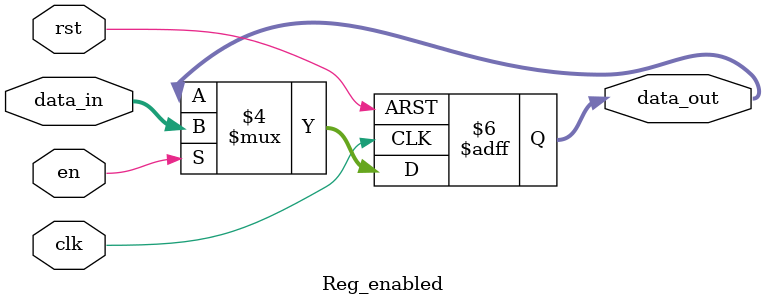
<source format=sv>
module Reg_enabled #(parameter Data_Width = 32)(

input 		[Data_Width-1:0]	data_in,
input							clk,rst,en,
output reg 	[Data_Width-1:0]	data_out		

);




always @(posedge clk or negedge rst)
begin
	if(!rst)
	begin
		data_out<=0;
		
	end
	else
	begin
		if(en)
		begin
			data_out <= data_in;
		end
		else
		begin
			data_out <= data_out;
		end
	end
	
	
end
endmodule
</source>
